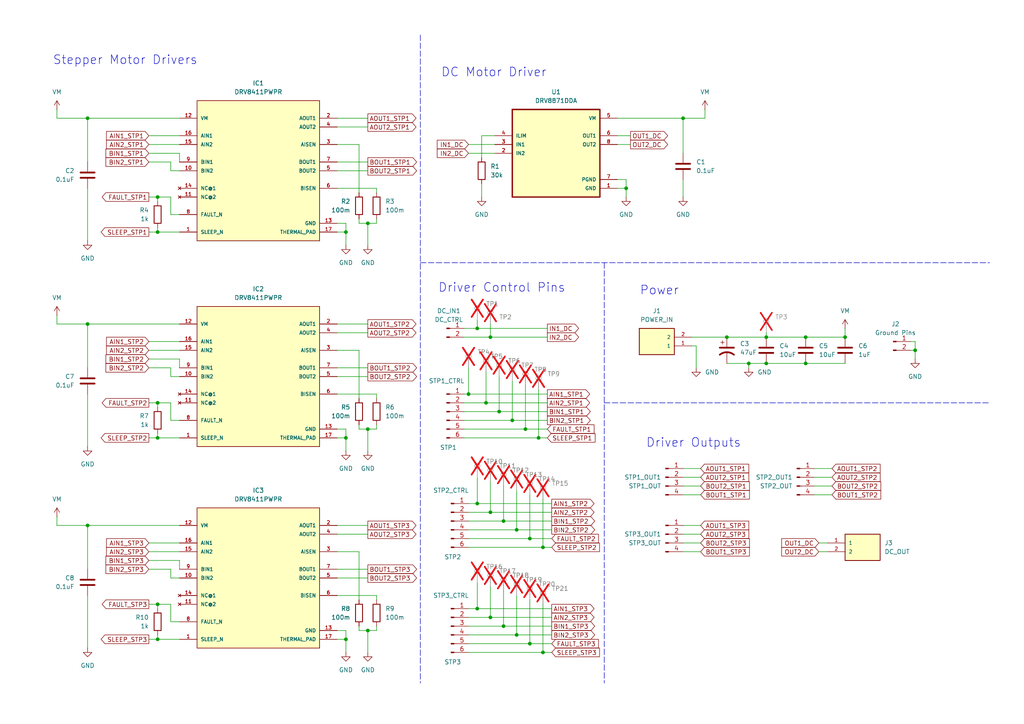
<source format=kicad_sch>
(kicad_sch (version 20250114) (generator "eeschema") (generator_version "9.0")
  (paper "A4")
  (text "Stepper Motor Drivers" (at 36.322 17.526 0) (effects (font (size 2.54 2.54))))
  (text "DC Motor Driver" (at 143.256 21.082 0) (effects (font (size 2.54 2.54))))
  (text "Driver Outputs" (at 201.168 128.524 0) (effects (font (size 2.54 2.54))))
  (text "Driver Control Pins" (at 145.542 83.566 0) (effects (font (size 2.54 2.54))))
  (text "Power" (at 191.262 84.328 0) (effects (font (size 2.54 2.54))))
  (junction (at 265.43 101.6))
  (junction (at 233.68 105.41))
  (junction (at 138.43 95.25))
  (junction (at 45.72 127))
  (junction (at 106.68 124.46))
  (junction (at 45.72 185.42))
  (junction (at 142.24 97.79))
  (junction (at 100.33 67.31))
  (junction (at 144.78 119.38))
  (junction (at 142.24 179.07))
  (junction (at 135.89 114.3))
  (junction (at 156.21 127))
  (junction (at 153.67 156.21))
  (junction (at 106.68 182.88))
  (junction (at 138.43 176.53))
  (junction (at 100.33 127))
  (junction (at 148.59 121.92))
  (junction (at 222.25 105.41))
  (junction (at 152.4 124.46))
  (junction (at 181.61 54.61))
  (junction (at 157.48 158.75))
  (junction (at 25.4 93.98))
  (junction (at 25.4 152.4))
  (junction (at 198.12 34.29))
  (junction (at 149.86 184.15))
  (junction (at 25.4 34.29))
  (junction (at 245.11 97.79))
  (junction (at 233.68 97.79))
  (junction (at 146.05 181.61))
  (junction (at 217.17 105.41))
  (junction (at 100.33 185.42))
  (junction (at 146.05 151.13))
  (junction (at 222.25 97.79))
  (junction (at 138.43 146.05))
  (junction (at 45.72 175.26))
  (junction (at 149.86 153.67))
  (junction (at 45.72 67.31))
  (junction (at 140.97 116.84))
  (junction (at 157.48 189.23))
  (junction (at 210.82 97.79))
  (junction (at 45.72 116.84))
  (junction (at 45.72 57.15))
  (junction (at 153.67 186.69))
  (junction (at 142.24 148.59))
  (junction (at 106.68 64.77))
  (wire (pts (xy 135.89 106.68) (xy 135.89 114.3)))
  (wire (pts (xy 153.67 156.21) (xy 160.02 156.21)))
  (wire (pts (xy 43.18 185.42) (xy 45.72 185.42)))
  (wire (pts (xy 25.4 93.98) (xy 52.07 93.98)))
  (wire (pts (xy 146.05 181.61) (xy 160.02 181.61)))
  (wire (pts (xy 179.07 52.07) (xy 181.61 52.07)))
  (wire (pts (xy 157.48 158.75) (xy 160.02 158.75)))
  (wire (pts (xy 109.22 172.72) (xy 97.79 172.72)))
  (wire (pts (xy 97.79 93.98) (xy 106.68 93.98)))
  (wire (pts (xy 142.24 170.18) (xy 142.24 179.07)))
  (wire (pts (xy 16.51 31.75) (xy 16.51 34.29)))
  (wire (pts (xy 25.4 129.54) (xy 25.4 114.3)))
  (wire (pts (xy 237.49 160.02) (xy 240.03 160.02)))
  (wire (pts (xy 97.79 41.91) (xy 104.14 41.91)))
  (wire (pts (xy 97.79 167.64) (xy 106.68 167.64)))
  (wire (pts (xy 16.51 149.86) (xy 16.51 152.4)))
  (wire (pts (xy 49.53 109.22) (xy 52.07 109.22)))
  (wire (pts (xy 52.07 106.68) (xy 52.07 104.14)))
  (wire (pts (xy 97.79 96.52) (xy 106.68 96.52)))
  (wire (pts (xy 109.22 173.99) (xy 109.22 172.72)))
  (wire (pts (xy 25.4 69.85) (xy 25.4 54.61)))
  (wire (pts (xy 233.68 105.41) (xy 245.11 105.41)))
  (wire (pts (xy 106.68 64.77) (xy 109.22 64.77)))
  (wire (pts (xy 138.43 176.53) (xy 160.02 176.53)))
  (wire (pts (xy 134.62 119.38) (xy 144.78 119.38)))
  (wire (pts (xy 97.79 182.88) (xy 100.33 182.88)))
  (wire (pts (xy 104.14 41.91) (xy 104.14 55.88)))
  (wire (pts (xy 153.67 186.69) (xy 160.02 186.69)))
  (wire (pts (xy 198.12 34.29) (xy 198.12 44.45)))
  (wire (pts (xy 45.72 185.42) (xy 52.07 185.42)))
  (wire (pts (xy 52.07 46.99) (xy 52.07 44.45)))
  (wire (pts (xy 135.89 176.53) (xy 138.43 176.53)))
  (wire (pts (xy 142.24 139.7) (xy 142.24 148.59)))
  (wire (pts (xy 45.72 67.31) (xy 52.07 67.31)))
  (wire (pts (xy 146.05 151.13) (xy 160.02 151.13)))
  (wire (pts (xy 109.22 115.57) (xy 109.22 114.3)))
  (wire (pts (xy 106.68 182.88) (xy 109.22 182.88)))
  (wire (pts (xy 100.33 182.88) (xy 100.33 185.42)))
  (polyline (pts (xy 121.92 76.2) (xy 287.02 76.2)) (stroke (width 0) (type dash)))
  (wire (pts (xy 104.14 182.88) (xy 106.68 182.88)))
  (wire (pts (xy 157.48 175.26) (xy 157.48 189.23)))
  (wire (pts (xy 109.22 182.88) (xy 109.22 181.61)))
  (wire (pts (xy 100.33 127) (xy 97.79 127)))
  (wire (pts (xy 217.17 106.68) (xy 217.17 105.41)))
  (wire (pts (xy 49.53 121.92) (xy 49.53 116.84)))
  (wire (pts (xy 43.18 46.99) (xy 49.53 46.99)))
  (wire (pts (xy 236.22 138.43) (xy 241.3 138.43)))
  (wire (pts (xy 134.62 97.79) (xy 142.24 97.79)))
  (wire (pts (xy 49.53 180.34) (xy 52.07 180.34)))
  (wire (pts (xy 45.72 116.84) (xy 49.53 116.84)))
  (wire (pts (xy 181.61 54.61) (xy 181.61 57.15)))
  (wire (pts (xy 142.24 97.79) (xy 158.75 97.79)))
  (wire (pts (xy 43.18 157.48) (xy 52.07 157.48)))
  (wire (pts (xy 152.4 124.46) (xy 158.75 124.46)))
  (wire (pts (xy 156.21 113.03) (xy 156.21 127)))
  (wire (pts (xy 97.79 106.68) (xy 106.68 106.68)))
  (wire (pts (xy 179.07 34.29) (xy 198.12 34.29)))
  (wire (pts (xy 43.18 41.91) (xy 52.07 41.91)))
  (wire (pts (xy 237.49 157.48) (xy 240.03 157.48)))
  (wire (pts (xy 100.33 67.31) (xy 97.79 67.31)))
  (wire (pts (xy 236.22 143.51) (xy 241.3 143.51)))
  (wire (pts (xy 198.12 52.07) (xy 198.12 57.15)))
  (wire (pts (xy 49.53 46.99) (xy 49.53 49.53)))
  (wire (pts (xy 138.43 168.91) (xy 138.43 176.53)))
  (wire (pts (xy 138.43 92.71) (xy 138.43 95.25)))
  (wire (pts (xy 138.43 95.25) (xy 158.75 95.25)))
  (wire (pts (xy 157.48 144.78) (xy 157.48 158.75)))
  (wire (pts (xy 104.14 182.88) (xy 104.14 181.61)))
  (wire (pts (xy 43.18 116.84) (xy 45.72 116.84)))
  (wire (pts (xy 135.89 151.13) (xy 146.05 151.13)))
  (wire (pts (xy 198.12 135.89) (xy 203.2 135.89)))
  (wire (pts (xy 135.89 41.91) (xy 143.51 41.91)))
  (wire (pts (xy 106.68 124.46) (xy 109.22 124.46)))
  (wire (pts (xy 204.47 31.75) (xy 204.47 34.29)))
  (wire (pts (xy 156.21 127) (xy 158.75 127)))
  (wire (pts (xy 104.14 124.46) (xy 104.14 123.19)))
  (wire (pts (xy 149.86 172.72) (xy 149.86 184.15)))
  (wire (pts (xy 45.72 175.26) (xy 49.53 175.26)))
  (wire (pts (xy 97.79 152.4) (xy 106.68 152.4)))
  (wire (pts (xy 97.79 165.1) (xy 106.68 165.1)))
  (wire (pts (xy 134.62 116.84) (xy 140.97 116.84)))
  (wire (pts (xy 49.53 165.1) (xy 49.53 167.64)))
  (wire (pts (xy 146.05 171.45) (xy 146.05 181.61)))
  (wire (pts (xy 16.51 34.29) (xy 25.4 34.29)))
  (polyline (pts (xy 175.26 76.2) (xy 175.26 198.12)) (stroke (width 0) (type dash)))
  (wire (pts (xy 198.12 143.51) (xy 203.2 143.51)))
  (wire (pts (xy 109.22 55.88) (xy 109.22 54.61)))
  (wire (pts (xy 139.7 57.15) (xy 139.7 53.34)))
  (wire (pts (xy 138.43 138.43) (xy 138.43 146.05)))
  (wire (pts (xy 139.7 39.37) (xy 143.51 39.37)))
  (wire (pts (xy 135.89 186.69) (xy 153.67 186.69)))
  (wire (pts (xy 97.79 36.83) (xy 106.68 36.83)))
  (wire (pts (xy 144.78 109.22) (xy 144.78 119.38)))
  (wire (pts (xy 25.4 106.68) (xy 25.4 93.98)))
  (wire (pts (xy 149.86 153.67) (xy 160.02 153.67)))
  (wire (pts (xy 45.72 67.31) (xy 45.72 66.04)))
  (wire (pts (xy 100.33 67.31) (xy 100.33 71.12)))
  (wire (pts (xy 149.86 184.15) (xy 160.02 184.15)))
  (wire (pts (xy 153.67 143.51) (xy 153.67 156.21)))
  (wire (pts (xy 43.18 101.6) (xy 52.07 101.6)))
  (wire (pts (xy 43.18 44.45) (xy 52.07 44.45)))
  (wire (pts (xy 222.25 96.52) (xy 222.25 97.79)))
  (wire (pts (xy 104.14 64.77) (xy 104.14 63.5)))
  (wire (pts (xy 204.47 34.29) (xy 198.12 34.29)))
  (wire (pts (xy 106.68 124.46) (xy 106.68 130.81)))
  (wire (pts (xy 45.72 116.84) (xy 45.72 118.11)))
  (wire (pts (xy 45.72 127) (xy 52.07 127)))
  (wire (pts (xy 140.97 116.84) (xy 158.75 116.84)))
  (wire (pts (xy 135.89 146.05) (xy 138.43 146.05)))
  (wire (pts (xy 236.22 140.97) (xy 241.3 140.97)))
  (wire (pts (xy 134.62 127) (xy 156.21 127)))
  (wire (pts (xy 45.72 57.15) (xy 45.72 58.42)))
  (wire (pts (xy 200.66 97.79) (xy 210.82 97.79)))
  (wire (pts (xy 16.51 93.98) (xy 25.4 93.98)))
  (wire (pts (xy 135.89 114.3) (xy 158.75 114.3)))
  (wire (pts (xy 198.12 154.94) (xy 203.2 154.94)))
  (wire (pts (xy 135.89 156.21) (xy 153.67 156.21)))
  (wire (pts (xy 109.22 114.3) (xy 97.79 114.3)))
  (wire (pts (xy 264.16 99.06) (xy 265.43 99.06)))
  (wire (pts (xy 16.51 91.44) (xy 16.51 93.98)))
  (wire (pts (xy 97.79 154.94) (xy 106.68 154.94)))
  (wire (pts (xy 45.72 57.15) (xy 49.53 57.15)))
  (wire (pts (xy 135.89 44.45) (xy 143.51 44.45)))
  (wire (pts (xy 134.62 114.3) (xy 135.89 114.3)))
  (wire (pts (xy 49.53 106.68) (xy 49.53 109.22)))
  (wire (pts (xy 97.79 49.53) (xy 106.68 49.53)))
  (wire (pts (xy 45.72 185.42) (xy 45.72 184.15)))
  (wire (pts (xy 49.53 62.23) (xy 49.53 57.15)))
  (wire (pts (xy 146.05 140.97) (xy 146.05 151.13)))
  (wire (pts (xy 236.22 135.89) (xy 241.3 135.89)))
  (wire (pts (xy 264.16 101.6) (xy 265.43 101.6)))
  (wire (pts (xy 100.33 185.42) (xy 97.79 185.42)))
  (wire (pts (xy 135.89 179.07) (xy 142.24 179.07)))
  (wire (pts (xy 43.18 165.1) (xy 49.53 165.1)))
  (wire (pts (xy 97.79 64.77) (xy 100.33 64.77)))
  (wire (pts (xy 49.53 167.64) (xy 52.07 167.64)))
  (wire (pts (xy 43.18 162.56) (xy 52.07 162.56)))
  (wire (pts (xy 49.53 121.92) (xy 52.07 121.92)))
  (wire (pts (xy 104.14 124.46) (xy 106.68 124.46)))
  (wire (pts (xy 109.22 64.77) (xy 109.22 63.5)))
  (wire (pts (xy 265.43 101.6) (xy 265.43 104.14)))
  (wire (pts (xy 142.24 93.98) (xy 142.24 97.79)))
  (wire (pts (xy 135.89 181.61) (xy 146.05 181.61)))
  (wire (pts (xy 134.62 121.92) (xy 148.59 121.92)))
  (wire (pts (xy 153.67 173.99) (xy 153.67 186.69)))
  (polyline (pts (xy 175.26 116.84) (xy 287.02 116.84)) (stroke (width 0) (type dash)))
  (wire (pts (xy 152.4 111.76) (xy 152.4 124.46)))
  (wire (pts (xy 222.25 105.41) (xy 233.68 105.41)))
  (wire (pts (xy 100.33 64.77) (xy 100.33 67.31)))
  (wire (pts (xy 138.43 146.05) (xy 160.02 146.05)))
  (wire (pts (xy 100.33 127) (xy 100.33 130.81)))
  (wire (pts (xy 106.68 182.88) (xy 106.68 189.23)))
  (wire (pts (xy 135.89 148.59) (xy 142.24 148.59)))
  (wire (pts (xy 135.89 189.23) (xy 157.48 189.23)))
  (wire (pts (xy 149.86 142.24) (xy 149.86 153.67)))
  (wire (pts (xy 104.14 64.77) (xy 106.68 64.77)))
  (wire (pts (xy 49.53 180.34) (xy 49.53 175.26)))
  (wire (pts (xy 104.14 160.02) (xy 104.14 173.99)))
  (wire (pts (xy 198.12 160.02) (xy 203.2 160.02)))
  (wire (pts (xy 97.79 101.6) (xy 104.14 101.6)))
  (wire (pts (xy 97.79 160.02) (xy 104.14 160.02)))
  (wire (pts (xy 134.62 95.25) (xy 138.43 95.25)))
  (wire (pts (xy 148.59 121.92) (xy 158.75 121.92)))
  (wire (pts (xy 43.18 57.15) (xy 45.72 57.15)))
  (wire (pts (xy 43.18 106.68) (xy 49.53 106.68)))
  (wire (pts (xy 49.53 49.53) (xy 52.07 49.53)))
  (wire (pts (xy 210.82 97.79) (xy 222.25 97.79)))
  (wire (pts (xy 25.4 34.29) (xy 52.07 34.29)))
  (wire (pts (xy 201.93 100.33) (xy 201.93 106.68)))
  (wire (pts (xy 265.43 99.06) (xy 265.43 101.6)))
  (wire (pts (xy 144.78 119.38) (xy 158.75 119.38)))
  (wire (pts (xy 100.33 124.46) (xy 100.33 127)))
  (wire (pts (xy 198.12 140.97) (xy 203.2 140.97)))
  (wire (pts (xy 245.11 95.25) (xy 245.11 97.79)))
  (wire (pts (xy 43.18 39.37) (xy 52.07 39.37)))
  (wire (pts (xy 106.68 64.77) (xy 106.68 71.12)))
  (wire (pts (xy 25.4 165.1) (xy 25.4 152.4)))
  (wire (pts (xy 25.4 46.99) (xy 25.4 34.29)))
  (wire (pts (xy 210.82 105.41) (xy 217.17 105.41)))
  (wire (pts (xy 43.18 104.14) (xy 52.07 104.14)))
  (wire (pts (xy 43.18 160.02) (xy 52.07 160.02)))
  (wire (pts (xy 179.07 41.91) (xy 182.88 41.91)))
  (wire (pts (xy 25.4 187.96) (xy 25.4 172.72)))
  (wire (pts (xy 135.89 184.15) (xy 149.86 184.15)))
  (wire (pts (xy 134.62 124.46) (xy 152.4 124.46)))
  (wire (pts (xy 43.18 175.26) (xy 45.72 175.26)))
  (wire (pts (xy 45.72 175.26) (xy 45.72 176.53)))
  (wire (pts (xy 198.12 157.48) (xy 203.2 157.48)))
  (wire (pts (xy 222.25 97.79) (xy 233.68 97.79)))
  (wire (pts (xy 181.61 52.07) (xy 181.61 54.61)))
  (wire (pts (xy 97.79 109.22) (xy 106.68 109.22)))
  (wire (pts (xy 43.18 67.31) (xy 45.72 67.31)))
  (wire (pts (xy 45.72 127) (xy 45.72 125.73)))
  (wire (pts (xy 148.59 110.49) (xy 148.59 121.92)))
  (wire (pts (xy 52.07 165.1) (xy 52.07 162.56)))
  (wire (pts (xy 25.4 152.4) (xy 52.07 152.4)))
  (wire (pts (xy 104.14 101.6) (xy 104.14 115.57)))
  (wire (pts (xy 217.17 105.41) (xy 222.25 105.41)))
  (wire (pts (xy 97.79 46.99) (xy 106.68 46.99)))
  (wire (pts (xy 43.18 127) (xy 45.72 127)))
  (wire (pts (xy 109.22 124.46) (xy 109.22 123.19)))
  (wire (pts (xy 142.24 148.59) (xy 160.02 148.59)))
  (wire (pts (xy 16.51 152.4) (xy 25.4 152.4)))
  (wire (pts (xy 198.12 138.43) (xy 203.2 138.43)))
  (wire (pts (xy 140.97 107.95) (xy 140.97 116.84)))
  (wire (pts (xy 135.89 153.67) (xy 149.86 153.67)))
  (wire (pts (xy 181.61 54.61) (xy 179.07 54.61)))
  (wire (pts (xy 157.48 189.23) (xy 160.02 189.23)))
  (wire (pts (xy 49.53 62.23) (xy 52.07 62.23)))
  (wire (pts (xy 139.7 45.72) (xy 139.7 39.37)))
  (wire (pts (xy 100.33 185.42) (xy 100.33 189.23)))
  (wire (pts (xy 198.12 152.4) (xy 203.2 152.4)))
  (wire (pts (xy 142.24 179.07) (xy 160.02 179.07)))
  (wire (pts (xy 109.22 54.61) (xy 97.79 54.61)))
  (wire (pts (xy 135.89 158.75) (xy 157.48 158.75)))
  (wire (pts (xy 200.66 100.33) (xy 201.93 100.33)))
  (wire (pts (xy 179.07 39.37) (xy 182.88 39.37)))
  (wire (pts (xy 97.79 34.29) (xy 106.68 34.29)))
  (polyline (pts (xy 121.92 10.16) (xy 121.92 198.12)) (stroke (width 0) (type dash)))
  (wire (pts (xy 233.68 97.79) (xy 245.11 97.79)))
  (wire (pts (xy 43.18 99.06) (xy 52.07 99.06)))
  (wire (pts (xy 97.79 124.46) (xy 100.33 124.46)))
  (global_label "AOUT1_STP2" (shape input) (at 241.3 135.89 0) (property "Intersheetrefs" "${INTERSHEET_REFS}" (effects (hide yes))))
  (global_label "AIN1_STP1" (shape output) (at 158.75 114.3 0) (property "Intersheetrefs" "${INTERSHEET_REFS}" (effects (hide yes))))
  (global_label "IN2_DC" (shape input) (at 135.89 44.45 180) (property "Intersheetrefs" "${INTERSHEET_REFS}" (effects (hide yes))))
  (global_label "BIN1_STP3" (shape input) (at 43.18 162.56 180) (property "Intersheetrefs" "${INTERSHEET_REFS}" (effects (hide yes))))
  (global_label "BIN2_STP3" (shape output) (at 160.02 184.15 0) (property "Intersheetrefs" "${INTERSHEET_REFS}" (effects (hide yes))))
  (global_label "AIN2_STP2" (shape input) (at 43.18 101.6 180) (property "Intersheetrefs" "${INTERSHEET_REFS}" (effects (hide yes))))
  (global_label "IN1_DC" (shape output) (at 158.75 95.25 0) (property "Intersheetrefs" "${INTERSHEET_REFS}" (effects (hide yes))))
  (global_label "OUT1_DC" (shape output) (at 182.88 39.37 0) (property "Intersheetrefs" "${INTERSHEET_REFS}" (effects (hide yes))))
  (global_label "SLEEP_STP3" (shape output) (at 43.18 185.42 180) (property "Intersheetrefs" "${INTERSHEET_REFS}" (effects (hide yes))))
  (global_label "AIN1_STP3" (shape output) (at 160.02 176.53 0) (property "Intersheetrefs" "${INTERSHEET_REFS}" (effects (hide yes))))
  (global_label "BOUT2_STP3" (shape output) (at 106.68 167.64 0) (property "Intersheetrefs" "${INTERSHEET_REFS}" (effects (hide yes))))
  (global_label "BIN2_STP2" (shape input) (at 43.18 106.68 180) (property "Intersheetrefs" "${INTERSHEET_REFS}" (effects (hide yes))))
  (global_label "BOUT2_STP1" (shape input) (at 203.2 140.97 0) (property "Intersheetrefs" "${INTERSHEET_REFS}" (effects (hide yes))))
  (global_label "BOUT2_STP1" (shape output) (at 106.68 49.53 0) (property "Intersheetrefs" "${INTERSHEET_REFS}" (effects (hide yes))))
  (global_label "AOUT2_STP1" (shape output) (at 106.68 36.83 0) (property "Intersheetrefs" "${INTERSHEET_REFS}" (effects (hide yes))))
  (global_label "SLEEP_STP1" (shape input) (at 158.75 127 0) (property "Intersheetrefs" "${INTERSHEET_REFS}" (effects (hide yes))))
  (global_label "AIN2_STP2" (shape output) (at 160.02 148.59 0) (property "Intersheetrefs" "${INTERSHEET_REFS}" (effects (hide yes))))
  (global_label "BOUT1_STP1" (shape output) (at 106.68 46.99 0) (property "Intersheetrefs" "${INTERSHEET_REFS}" (effects (hide yes))))
  (global_label "AOUT2_STP1" (shape input) (at 203.2 138.43 0) (property "Intersheetrefs" "${INTERSHEET_REFS}" (effects (hide yes))))
  (global_label "BIN1_STP1" (shape output) (at 158.75 119.38 0) (property "Intersheetrefs" "${INTERSHEET_REFS}" (effects (hide yes))))
  (global_label "AIN2_STP1" (shape input) (at 43.18 41.91 180) (property "Intersheetrefs" "${INTERSHEET_REFS}" (effects (hide yes))))
  (global_label "AIN1_STP2" (shape input) (at 43.18 99.06 180) (property "Intersheetrefs" "${INTERSHEET_REFS}" (effects (hide yes))))
  (global_label "AIN2_STP1" (shape output) (at 158.75 116.84 0) (property "Intersheetrefs" "${INTERSHEET_REFS}" (effects (hide yes))))
  (global_label "BIN1_STP2" (shape input) (at 43.18 104.14 180) (property "Intersheetrefs" "${INTERSHEET_REFS}" (effects (hide yes))))
  (global_label "BOUT1_STP1" (shape input) (at 203.2 143.51 0) (property "Intersheetrefs" "${INTERSHEET_REFS}" (effects (hide yes))))
  (global_label "AOUT2_STP3" (shape input) (at 203.2 154.94 0) (property "Intersheetrefs" "${INTERSHEET_REFS}" (effects (hide yes))))
  (global_label "BIN2_STP3" (shape input) (at 43.18 165.1 180) (property "Intersheetrefs" "${INTERSHEET_REFS}" (effects (hide yes))))
  (global_label "BIN1_STP2" (shape output) (at 160.02 151.13 0) (property "Intersheetrefs" "${INTERSHEET_REFS}" (effects (hide yes))))
  (global_label "BOUT1_STP2" (shape input) (at 241.3 143.51 0) (property "Intersheetrefs" "${INTERSHEET_REFS}" (effects (hide yes))))
  (global_label "OUT2_DC" (shape output) (at 182.88 41.91 0) (property "Intersheetrefs" "${INTERSHEET_REFS}" (effects (hide yes))))
  (global_label "BOUT2_STP3" (shape input) (at 203.2 157.48 0) (property "Intersheetrefs" "${INTERSHEET_REFS}" (effects (hide yes))))
  (global_label "FAULT_STP1" (shape output) (at 43.18 57.15 180) (property "Intersheetrefs" "${INTERSHEET_REFS}" (effects (hide yes))))
  (global_label "AOUT1_STP2" (shape output) (at 106.68 93.98 0) (property "Intersheetrefs" "${INTERSHEET_REFS}" (effects (hide yes))))
  (global_label "AIN1_STP1" (shape input) (at 43.18 39.37 180) (property "Intersheetrefs" "${INTERSHEET_REFS}" (effects (hide yes))))
  (global_label "AIN2_STP3" (shape output) (at 160.02 179.07 0) (property "Intersheetrefs" "${INTERSHEET_REFS}" (effects (hide yes))))
  (global_label "BOUT1_STP2" (shape output) (at 106.68 106.68 0) (property "Intersheetrefs" "${INTERSHEET_REFS}" (effects (hide yes))))
  (global_label "AOUT2_STP2" (shape input) (at 241.3 138.43 0) (property "Intersheetrefs" "${INTERSHEET_REFS}" (effects (hide yes))))
  (global_label "AOUT2_STP2" (shape output) (at 106.68 96.52 0) (property "Intersheetrefs" "${INTERSHEET_REFS}" (effects (hide yes))))
  (global_label "AOUT1_STP1" (shape output) (at 106.68 34.29 0) (property "Intersheetrefs" "${INTERSHEET_REFS}" (effects (hide yes))))
  (global_label "AIN1_STP3" (shape input) (at 43.18 157.48 180) (property "Intersheetrefs" "${INTERSHEET_REFS}" (effects (hide yes))))
  (global_label "BIN2_STP1" (shape output) (at 158.75 121.92 0) (property "Intersheetrefs" "${INTERSHEET_REFS}" (effects (hide yes))))
  (global_label "AOUT1_STP1" (shape input) (at 203.2 135.89 0) (property "Intersheetrefs" "${INTERSHEET_REFS}" (effects (hide yes))))
  (global_label "SLEEP_STP2" (shape input) (at 160.02 158.75 0) (property "Intersheetrefs" "${INTERSHEET_REFS}" (effects (hide yes))))
  (global_label "IN2_DC" (shape output) (at 158.75 97.79 0) (property "Intersheetrefs" "${INTERSHEET_REFS}" (effects (hide yes))))
  (global_label "SLEEP_STP3" (shape input) (at 160.02 189.23 0) (property "Intersheetrefs" "${INTERSHEET_REFS}" (effects (hide yes))))
  (global_label "AIN1_STP2" (shape output) (at 160.02 146.05 0) (property "Intersheetrefs" "${INTERSHEET_REFS}" (effects (hide yes))))
  (global_label "FAULT_STP1" (shape input) (at 158.75 124.46 0) (property "Intersheetrefs" "${INTERSHEET_REFS}" (effects (hide yes))))
  (global_label "FAULT_STP3" (shape output) (at 43.18 175.26 180) (property "Intersheetrefs" "${INTERSHEET_REFS}" (effects (hide yes))))
  (global_label "BIN1_STP1" (shape input) (at 43.18 44.45 180) (property "Intersheetrefs" "${INTERSHEET_REFS}" (effects (hide yes))))
  (global_label "BIN2_STP2" (shape output) (at 160.02 153.67 0) (property "Intersheetrefs" "${INTERSHEET_REFS}" (effects (hide yes))))
  (global_label "BOUT2_STP2" (shape output) (at 106.68 109.22 0) (property "Intersheetrefs" "${INTERSHEET_REFS}" (effects (hide yes))))
  (global_label "BOUT1_STP3" (shape input) (at 203.2 160.02 0) (property "Intersheetrefs" "${INTERSHEET_REFS}" (effects (hide yes))))
  (global_label "BIN2_STP1" (shape input) (at 43.18 46.99 180) (property "Intersheetrefs" "${INTERSHEET_REFS}" (effects (hide yes))))
  (global_label "AIN2_STP3" (shape input) (at 43.18 160.02 180) (property "Intersheetrefs" "${INTERSHEET_REFS}" (effects (hide yes))))
  (global_label "FAULT_STP2" (shape output) (at 43.18 116.84 180) (property "Intersheetrefs" "${INTERSHEET_REFS}" (effects (hide yes))))
  (global_label "OUT2_DC" (shape input) (at 237.49 160.02 180) (property "Intersheetrefs" "${INTERSHEET_REFS}" (effects (hide yes))))
  (global_label "BIN1_STP3" (shape output) (at 160.02 181.61 0) (property "Intersheetrefs" "${INTERSHEET_REFS}" (effects (hide yes))))
  (global_label "OUT1_DC" (shape input) (at 237.49 157.48 180) (property "Intersheetrefs" "${INTERSHEET_REFS}" (effects (hide yes))))
  (global_label "FAULT_STP3" (shape input) (at 160.02 186.69 0) (property "Intersheetrefs" "${INTERSHEET_REFS}" (effects (hide yes))))
  (global_label "BOUT2_STP2" (shape input) (at 241.3 140.97 0) (property "Intersheetrefs" "${INTERSHEET_REFS}" (effects (hide yes))))
  (global_label "AOUT2_STP3" (shape output) (at 106.68 154.94 0) (property "Intersheetrefs" "${INTERSHEET_REFS}" (effects (hide yes))))
  (global_label "FAULT_STP2" (shape input) (at 160.02 156.21 0) (property "Intersheetrefs" "${INTERSHEET_REFS}" (effects (hide yes))))
  (global_label "AOUT1_STP3" (shape output) (at 106.68 152.4 0) (property "Intersheetrefs" "${INTERSHEET_REFS}" (effects (hide yes))))
  (global_label "IN1_DC" (shape input) (at 135.89 41.91 180) (property "Intersheetrefs" "${INTERSHEET_REFS}" (effects (hide yes))))
  (global_label "SLEEP_STP2" (shape output) (at 43.18 127 180) (property "Intersheetrefs" "${INTERSHEET_REFS}" (effects (hide yes))))
  (global_label "SLEEP_STP1" (shape output) (at 43.18 67.31 180) (property "Intersheetrefs" "${INTERSHEET_REFS}" (effects (hide yes))))
  (global_label "BOUT1_STP3" (shape output) (at 106.68 165.1 0) (property "Intersheetrefs" "${INTERSHEET_REFS}" (effects (hide yes))))
  (global_label "AOUT1_STP3" (shape input) (at 203.2 152.4 0) (property "Intersheetrefs" "${INTERSHEET_REFS}" (effects (hide yes))))
  (symbol (lib_id "Device:C") (at 245.11 101.6 0) (unit 1)
    (property "Reference" "C6" (at 248.92 100.3299 0) (effects (justify left)))
    (property "Value" "1uF" (at 248.92 102.8699 0) (effects (justify left)))
    (property "Footprint" "Capacitor_SMD:C_0603_1608Metric" (effects (hide yes)))
    (property "Description" "Unpolarized capacitor" (effects (hide yes)))
    (property "PartNumber" "GRT188R61H105ME13D" (effects (hide yes)))
    (property "Manufacturer" "MuRata" (effects (hide yes)))
  )
  (symbol (lib_id "power:GND") (at 139.7 57.15 0) (unit 1)
    (property "Reference" "#PWR03" (effects (hide yes)))
    (property "Value" "GND" (at 139.7 62.23 0))
    (property "Description" "Power symbol creates a global label with name \"GND\" , ground" (effects (hide yes)))
  )
  (symbol (lib_id "power:GND") (at 106.68 71.12 0) (unit 1)
    (property "Reference" "#PWR08" (effects (hide yes)))
    (property "Value" "GND" (at 106.68 76.2 0))
    (property "Description" "Power symbol creates a global label with name \"GND\" , ground" (effects (hide yes)))
  )
  (symbol (lib_id "power:PRI_HI") (at 16.51 31.75 0) (unit 1)
    (property "Reference" "#PWR01" (effects (hide yes)))
    (property "Value" "VM" (at 16.51 26.67 0))
    (property "Description" "Power symbol creates a global label with name \"VM\"" (effects (hide yes)))
  )
  (symbol (lib_id "Connector:Conn_01x04_Pin") (at 193.04 154.94 0) (unit 1)
    (property "Reference" "STP3_OUT1" (at 191.77 154.9399 0) (effects (justify right)))
    (property "Value" "STP3_OUT" (at 191.77 157.4799 0) (effects (justify right)))
    (property "Footprint" "Connector_PinHeader_2.54mm:PinHeader_1x04_P2.54mm_Vertical" (effects (hide yes)))
    (property "Description" "Generic connector, single row, 01x04, script generated" (effects (hide yes)))
  )
  (symbol (lib_id "power:PRI_HI") (at 245.11 95.25 0) (unit 1)
    (property "Reference" "#PWR010" (effects (hide yes)))
    (property "Value" "VM" (at 245.11 90.17 0))
    (property "Description" "Power symbol creates a global label with name \"VM\"" (effects (hide yes)))
  )
  (symbol (lib_id "Connector:Conn_01x02_Pin") (at 129.54 95.25 0) (unit 1)
    (property "Reference" "DC_IN1" (at 130.175 90.17 0))
    (property "Value" "DC_CTRL" (at 130.175 92.71 0))
    (property "Footprint" "Connector_PinHeader_2.54mm:PinHeader_1x02_P2.54mm_Vertical" (effects (hide yes)))
    (property "Description" "Generic connector, single row, 01x02, script generated" (effects (hide yes)))
  )
  (symbol (lib_id "Device:R") (at 45.72 180.34 0) (mirror y) (unit 1)
    (property "Reference" "R10" (at 43.18 179.0699 0) (effects (justify left)))
    (property "Value" "1k" (at 43.18 181.6099 0) (effects (justify left)))
    (property "Footprint" "Resistor_SMD:R_0805_2012Metric_Pad1.20x1.40mm_HandSolder" (effects (hide yes)))
    (property "Datasheet" "https://www.seielect.com/catalog/SEI-RPC.pdf" (effects (hide yes)))
    (property "Description" "RES 1K OHM 5% 1/4W 0805" (effects (hide yes)))
    (property "Manufacturer" "     UNI-ROYAL(Uniroyal Elec) " (effects (hide yes)))
    (property "PartNumber" "0805W8F1001T5E" (effects (hide yes)))
  )
  (symbol (lib_id "Device:C") (at 25.4 50.8 0) (mirror x) (unit 1)
    (property "Reference" "C2" (at 21.59 49.5299 0) (effects (justify right)))
    (property "Value" "0.1uF" (at 21.59 52.0699 0) (effects (justify right)))
    (property "Footprint" "Capacitor_SMD:C_0402_1005Metric" (effects (hide yes)))
    (property "Description" "Unpolarized capacitor" (effects (hide yes)))
    (property "Package" "0805 Johanson" (effects (hide yes)))
    (property "Availability" "In Stock" (effects (hide yes)))
    (property "Manufacturer" "MuRata" (effects (hide yes)))
    (property "PartNumber" "GRM155R71H104KE14D " (effects (hide yes)))
  )
  (symbol (lib_id "power:GND") (at 201.93 106.68 0) (unit 1)
    (property "Reference" "#PWR012" (effects (hide yes)))
    (property "Value" "GND" (at 204.47 107.9499 0) (effects (justify left)))
    (property "Description" "Power symbol creates a global label with name \"GND\" , ground" (effects (hide yes)))
  )
  (symbol (lib_id "Device:R") (at 139.7 49.53 180) (unit 1)
    (property "Reference" "R1" (at 142.24 48.2599 0) (effects (justify right)))
    (property "Value" "30k" (at 142.24 50.7999 0) (effects (justify right)))
    (property "Footprint" "Resistor_SMD:R_0805_2012Metric_Pad1.20x1.40mm_HandSolder" (effects (hide yes)))
    (property "Datasheet" "https://www.seielect.com/catalog/SEI-RNCF.pdf" (effects (hide yes)))
    (property "Description" "RES SMD 30K OHM 0.1% 1/4W 0805" (effects (hide yes)))
    (property "Manufacturer" "     UNI-ROYAL(Uniroyal Elec) " (effects (hide yes)))
    (property "PartNumber" "0805W8F3002T5E" (effects (hide yes)))
  )
  (symbol (lib_id "power:GND") (at 181.61 57.15 0) (unit 1)
    (property "Reference" "#PWR04" (effects (hide yes)))
    (property "Value" "GND" (at 181.61 62.23 0))
    (property "Description" "Power symbol creates a global label with name \"GND\" , ground" (effects (hide yes)))
  )
  (symbol (lib_id "Connector:Conn_01x06_Pin") (at 129.54 119.38 0) (unit 1)
    (property "Reference" "STP1" (at 130.048 129.794 0))
    (property "Value" "STP1_CTRL" (at 129.54 110.49 0))
    (property "Footprint" "Connector_PinHeader_2.54mm:PinHeader_1x06_P2.54mm_Vertical" (effects (hide yes)))
    (property "Datasheet" "https://mm.digikey.com/Volume0/opasdata/d220001/medias/docus/937/Female_Headers.100_DS.pdf" (effects (hide yes)))
    (property "Description" "CONN HDR 6POS 0.1 TIN PCB" (effects (hide yes)))
    (property "Manufacturer" "Sullins Connector Solutions" (effects (hide yes)))
  )
  (symbol (lib_id "DRV8411PWPR:DRV8411PWPR") (at 74.93 109.22 0) (unit 1)
    (property "Reference" "IC2" (at 74.93 83.82 0))
    (property "Value" "DRV8411PWPR" (at 74.93 86.36 0))
    (property "Footprint" "Package_SO:HTSSOP-16-1EP_4.4x5mm_P0.65mm_EP3.4x5mm_Mask2.66x2.46mm" (effects (hide yes)))
    (property "Datasheet" "https://www.ti.com/lit/ds/symlink/drv8411.pdf?ts=1762067373994" (effects (hide yes)))
    (property "Description" "DRV8411PWPR" (effects (hide yes)))
    (property "Package" "None" (effects (hide yes)))
    (property "PRICE" "0,67" (effects (hide yes)))
    (property "Availability" "In Stock" (effects (hide yes)))
    (property "Manufacturer" "Texas Instruments" (effects (hide yes)))
    (property "PartNumber" "DRV8411PWPR" (effects (hide yes)))
  )
  (symbol (lib_id "Connector:Conn_01x06_Pin") (at 130.81 151.13 0) (unit 1)
    (property "Reference" "STP2" (at 131.318 161.544 0))
    (property "Value" "STP2_CTRL" (at 130.81 142.24 0))
    (property "Footprint" "Connector_PinHeader_2.54mm:PinHeader_1x06_P2.54mm_Vertical" (effects (hide yes)))
    (property "Datasheet" "https://mm.digikey.com/Volume0/opasdata/d220001/medias/docus/937/Female_Headers.100_DS.pdf" (effects (hide yes)))
    (property "Description" "CONN HDR 6POS 0.1 TIN PCB" (effects (hide yes)))
    (property "Manufacturer" "Sullins Connector Solutions" (effects (hide yes)))
  )
  (symbol (lib_id "Connector:TestPoint") (at 140.97 107.95 0) (unit 1) (on_board no) (dnp yes)
    (property "Reference" "TP5" (at 142.24 103.3779 0) (effects (justify left)))
    (property "Value" "TestPoint" (effects (hide yes)))
    (property "Footprint" "TestPoint:TestPoint_Keystone_5019_Miniature" (effects (hide yes)))
    (property "Datasheet" "https://www.digikey.com/en/htmldatasheets/production/1006867/0/0/1/5015" (effects (hide yes)))
    (property "Description" "PC TEST POINT MINIATURE" (effects (hide yes)))
    (property "Manufacturer" "Keystone Electronics" (effects (hide yes)))
  )
  (symbol (lib_id "power:GND") (at 100.33 130.81 0) (unit 1)
    (property "Reference" "#PWR015" (effects (hide yes)))
    (property "Value" "GND" (at 100.33 135.89 0))
    (property "Description" "Power symbol creates a global label with name \"GND\" , ground" (effects (hide yes)))
  )
  (symbol (lib_id "Connector:Conn_01x02_Pin") (at 259.08 99.06 0) (unit 1)
    (property "Reference" "J2" (at 259.715 93.98 0))
    (property "Value" "Ground Pins" (at 259.715 96.52 0))
    (property "Footprint" "Connector_PinHeader_2.54mm:PinHeader_1x02_P2.54mm_Vertical" (effects (hide yes)))
    (property "Description" "Generic connector, single row, 01x02, script generated" (effects (hide yes)))
  )
  (symbol (lib_id "DRV8411PWPR:DRV8411PWPR") (at 74.93 49.53 0) (unit 1)
    (property "Reference" "IC1" (at 74.93 24.13 0))
    (property "Value" "DRV8411PWPR" (at 74.93 26.67 0))
    (property "Footprint" "Package_SO:HTSSOP-16-1EP_4.4x5mm_P0.65mm_EP3.4x5mm_Mask2.66x2.46mm" (effects (hide yes)))
    (property "Datasheet" "https://www.ti.com/lit/ds/symlink/drv8411.pdf?ts=1762067373994" (effects (hide yes)))
    (property "Description" "DRV8411PWPR" (effects (hide yes)))
    (property "Package" "None" (effects (hide yes)))
    (property "PRICE" "0,67" (effects (hide yes)))
    (property "Availability" "In Stock" (effects (hide yes)))
    (property "Manufacturer" "Texas Instruments" (effects (hide yes)))
    (property "PartNumber" "DRV8411PWPR" (effects (hide yes)))
  )
  (symbol (lib_id "Device:R") (at 109.22 177.8 0) (unit 1)
    (property "Reference" "R9" (at 111.76 176.5299 0) (effects (justify left)))
    (property "Value" "100m" (at 111.76 179.0699 0) (effects (justify left)))
    (property "Footprint" "Resistor_SMD:R_1206_3216Metric" (effects (hide yes)))
    (property "Description" "RES 0.1 OHM 1% 3/4W 2010" (effects (hide yes)))
    (property "Manufacturer" "     UNI-ROYAL(Uniroyal Elec) " (effects (hide yes)))
    (property "PartNumber" "1206W4F100LT5E" (effects (hide yes)))
  )
  (symbol (lib_id "Connector:TestPoint") (at 142.24 139.7 0) (unit 1) (on_board no) (dnp yes)
    (property "Reference" "TP11" (at 144.78 135.1279 0) (effects (justify left)))
    (property "Value" "TestPoint" (effects (hide yes)))
    (property "Footprint" "TestPoint:TestPoint_Keystone_5019_Miniature" (effects (hide yes)))
    (property "Datasheet" "https://www.digikey.com/en/htmldatasheets/production/1006867/0/0/1/5015" (effects (hide yes)))
    (property "Description" "PC TEST POINT MINIATURE" (effects (hide yes)))
    (property "Manufacturer" "Keystone Electronics" (effects (hide yes)))
  )
  (symbol (lib_id "Device:R") (at 109.22 59.69 0) (unit 1)
    (property "Reference" "R3" (at 111.76 58.4199 0) (effects (justify left)))
    (property "Value" "100m" (at 111.76 60.9599 0) (effects (justify left)))
    (property "Footprint" "Resistor_SMD:R_1206_3216Metric" (effects (hide yes)))
    (property "Description" "RES 0.1 OHM 1% 3/4W 2010" (effects (hide yes)))
    (property "Manufacturer" "     UNI-ROYAL(Uniroyal Elec) " (effects (hide yes)))
    (property "PartNumber" "1206W4F100LT5E" (effects (hide yes)))
  )
  (symbol (lib_id "Connector:TestPoint") (at 157.48 175.26 0) (unit 1) (on_board no) (dnp yes)
    (property "Reference" "TP21" (at 160.02 170.6879 0) (effects (justify left)))
    (property "Value" "TestPoint" (effects (hide yes)))
    (property "Footprint" "TestPoint:TestPoint_Keystone_5019_Miniature" (effects (hide yes)))
    (property "Datasheet" "https://www.digikey.com/en/htmldatasheets/production/1006867/0/0/1/5015" (effects (hide yes)))
    (property "Description" "PC TEST POINT MINIATURE" (effects (hide yes)))
    (property "Manufacturer" "Keystone Electronics" (effects (hide yes)))
  )
  (symbol (lib_id "Connector:TestPoint") (at 138.43 138.43 0) (unit 1) (on_board no) (dnp yes)
    (property "Reference" "TP10" (at 140.97 133.8579 0) (effects (justify left)))
    (property "Value" "TestPoint" (effects (hide yes)))
    (property "Footprint" "TestPoint:TestPoint_Keystone_5019_Miniature" (effects (hide yes)))
    (property "Datasheet" "https://www.digikey.com/en/htmldatasheets/production/1006867/0/0/1/5015" (effects (hide yes)))
    (property "Description" "PC TEST POINT MINIATURE" (effects (hide yes)))
    (property "Manufacturer" "Keystone Electronics" (effects (hide yes)))
  )
  (symbol (lib_id "Connector:TestPoint") (at 153.67 173.99 0) (unit 1) (on_board no) (dnp yes)
    (property "Reference" "TP20" (at 156.21 169.4179 0) (effects (justify left)))
    (property "Value" "TestPoint" (effects (hide yes)))
    (property "Footprint" "TestPoint:TestPoint_Keystone_5019_Miniature" (effects (hide yes)))
    (property "Datasheet" "https://www.digikey.com/en/htmldatasheets/production/1006867/0/0/1/5015" (effects (hide yes)))
    (property "Description" "PC TEST POINT MINIATURE" (effects (hide yes)))
    (property "Manufacturer" "Keystone Electronics" (effects (hide yes)))
  )
  (symbol (lib_id "Device:R") (at 45.72 62.23 0) (mirror y) (unit 1)
    (property "Reference" "R4" (at 43.18 60.9599 0) (effects (justify left)))
    (property "Value" "1k" (at 43.18 63.4999 0) (effects (justify left)))
    (property "Footprint" "Resistor_SMD:R_0805_2012Metric_Pad1.20x1.40mm_HandSolder" (effects (hide yes)))
    (property "Datasheet" "https://www.seielect.com/catalog/SEI-RPC.pdf" (effects (hide yes)))
    (property "Description" "RES 1K OHM 5% 1/4W 0805" (effects (hide yes)))
    (property "Manufacturer" "     UNI-ROYAL(Uniroyal Elec) " (effects (hide yes)))
    (property "PartNumber" "0805W8F1001T5E" (effects (hide yes)))
  )
  (symbol (lib_id "power:GND") (at 106.68 189.23 0) (unit 1)
    (property "Reference" "#PWR020" (effects (hide yes)))
    (property "Value" "GND" (at 106.68 194.31 0))
    (property "Description" "Power symbol creates a global label with name \"GND\" , ground" (effects (hide yes)))
  )
  (symbol (lib_id "power:GND") (at 198.12 57.15 0) (unit 1)
    (property "Reference" "#PWR05" (effects (hide yes)))
    (property "Value" "GND" (at 198.12 62.23 0))
    (property "Description" "Power symbol creates a global label with name \"GND\" , ground" (effects (hide yes)))
  )
  (symbol (lib_id "power:PRI_HI") (at 16.51 91.44 0) (unit 1)
    (property "Reference" "#PWR09" (effects (hide yes)))
    (property "Value" "VM" (at 16.51 86.36 0))
    (property "Description" "Power symbol creates a global label with name \"VM\"" (effects (hide yes)))
  )
  (symbol (lib_id "Connector:TestPoint") (at 149.86 172.72 0) (unit 1) (on_board no) (dnp yes)
    (property "Reference" "TP19" (at 152.4 168.1479 0) (effects (justify left)))
    (property "Value" "TestPoint" (effects (hide yes)))
    (property "Footprint" "TestPoint:TestPoint_Keystone_5019_Miniature" (effects (hide yes)))
    (property "Datasheet" "https://www.digikey.com/en/htmldatasheets/production/1006867/0/0/1/5015" (effects (hide yes)))
    (property "Description" "PC TEST POINT MINIATURE" (effects (hide yes)))
    (property "Manufacturer" "Keystone Electronics" (effects (hide yes)))
  )
  (symbol (lib_id "power:GND") (at 100.33 71.12 0) (unit 1)
    (property "Reference" "#PWR07" (effects (hide yes)))
    (property "Value" "GND" (at 100.33 76.2 0))
    (property "Description" "Power symbol creates a global label with name \"GND\" , ground" (effects (hide yes)))
  )
  (symbol (lib_id "Device:R") (at 109.22 119.38 0) (unit 1)
    (property "Reference" "R6" (at 111.76 118.1099 0) (effects (justify left)))
    (property "Value" "100m" (at 111.76 120.6499 0) (effects (justify left)))
    (property "Footprint" "Resistor_SMD:R_1206_3216Metric" (effects (hide yes)))
    (property "Description" "RES 0.1 OHM 1% 3/4W 2010" (effects (hide yes)))
    (property "Manufacturer" "     UNI-ROYAL(Uniroyal Elec) " (effects (hide yes)))
    (property "PartNumber" "1206W4F100LT5E" (effects (hide yes)))
  )
  (symbol (lib_id "Connector:TestPoint") (at 144.78 109.22 0) (unit 1) (on_board no) (dnp yes)
    (property "Reference" "TP6" (at 147.32 104.6479 0) (effects (justify left)))
    (property "Value" "TestPoint" (effects (hide yes)))
    (property "Footprint" "TestPoint:TestPoint_Keystone_5019_Miniature" (effects (hide yes)))
    (property "Datasheet" "https://www.digikey.com/en/htmldatasheets/production/1006867/0/0/1/5015" (effects (hide yes)))
    (property "Description" "PC TEST POINT MINIATURE" (effects (hide yes)))
    (property "Manufacturer" "Keystone Electronics" (effects (hide yes)))
  )
  (symbol (lib_id "Connector:Conn_01x04_Pin") (at 231.14 138.43 0) (unit 1)
    (property "Reference" "STP2_OUT1" (at 229.87 138.4299 0) (effects (justify right)))
    (property "Value" "STP2_OUT" (at 229.87 140.9699 0) (effects (justify right)))
    (property "Footprint" "Connector_PinHeader_2.54mm:PinHeader_1x04_P2.54mm_Vertical" (effects (hide yes)))
    (property "Description" "Generic connector, single row, 01x04, script generated" (effects (hide yes)))
  )
  (symbol (lib_id "Device:C") (at 233.68 101.6 180) (unit 1)
    (property "Reference" "C5" (at 237.49 100.3299 0) (effects (justify right)))
    (property "Value" "10uF" (at 237.49 102.8699 0) (effects (justify right)))
    (property "Footprint" "Capacitor_SMD:C_1206_3216Metric" (effects (hide yes)))
    (property "Description" "Unpolarized capacitor" (effects (hide yes)))
    (property "Package" "0805 Johanson" (effects (hide yes)))
    (property "Availability" "In Stock" (effects (hide yes)))
    (property "Manufacturer" "TDK" (effects (hide yes)))
    (property "PartNumber" "C3216X7R1C106KT000N " (effects (hide yes)))
  )
  (symbol (lib_id "Connector:TestPoint") (at 149.86 142.24 0) (unit 1) (on_board no) (dnp yes)
    (property "Reference" "TP13" (at 152.4 137.6679 0) (effects (justify left)))
    (property "Value" "TestPoint" (effects (hide yes)))
    (property "Footprint" "TestPoint:TestPoint_Keystone_5019_Miniature" (effects (hide yes)))
    (property "Datasheet" "https://www.digikey.com/en/htmldatasheets/production/1006867/0/0/1/5015" (effects (hide yes)))
    (property "Description" "PC TEST POINT MINIATURE" (effects (hide yes)))
    (property "Manufacturer" "Keystone Electronics" (effects (hide yes)))
  )
  (symbol (lib_id "Connector:Conn_01x04_Pin") (at 193.04 138.43 0) (unit 1)
    (property "Reference" "STP1_OUT1" (at 191.77 138.4299 0) (effects (justify right)))
    (property "Value" "STP1_OUT" (at 191.77 140.9699 0) (effects (justify right)))
    (property "Footprint" "Connector_PinHeader_2.54mm:PinHeader_1x04_P2.54mm_Vertical" (effects (hide yes)))
    (property "Description" "Generic connector, single row, 01x04, script generated" (effects (hide yes)))
  )
  (symbol (lib_id "power:PRI_HI") (at 16.51 149.86 0) (unit 1)
    (property "Reference" "#PWR017" (effects (hide yes)))
    (property "Value" "VM" (at 16.51 144.78 0))
    (property "Description" "Power symbol creates a global label with name \"VM\"" (effects (hide yes)))
  )
  (symbol (lib_id "Connector:TestPoint") (at 135.89 106.68 0) (unit 1) (on_board no) (dnp yes)
    (property "Reference" "TP4" (at 138.43 102.1079 0) (effects (justify left)))
    (property "Value" "TestPoint" (effects (hide yes)))
    (property "Footprint" "TestPoint:TestPoint_Keystone_5019_Miniature" (effects (hide yes)))
    (property "Datasheet" "https://www.digikey.com/en/htmldatasheets/production/1006867/0/0/1/5015" (effects (hide yes)))
    (property "Description" "PC TEST POINT MINIATURE" (effects (hide yes)))
    (property "Manufacturer" "Keystone Electronics" (effects (hide yes)))
  )
  (symbol (lib_id "Connector:TestPoint") (at 138.43 168.91 0) (unit 1) (on_board no) (dnp yes)
    (property "Reference" "TP16" (at 140.97 164.3379 0) (effects (justify left)))
    (property "Value" "TestPoint" (effects (hide yes)))
    (property "Footprint" "TestPoint:TestPoint_Keystone_5019_Miniature" (effects (hide yes)))
    (property "Datasheet" "https://www.digikey.com/en/htmldatasheets/production/1006867/0/0/1/5015" (effects (hide yes)))
    (property "Description" "PC TEST POINT MINIATURE" (effects (hide yes)))
    (property "Manufacturer" "Keystone Electronics" (effects (hide yes)))
  )
  (symbol (lib_id "Connector:TestPoint") (at 142.24 170.18 0) (unit 1) (on_board no) (dnp yes)
    (property "Reference" "TP17" (at 144.78 165.6079 0) (effects (justify left)))
    (property "Value" "TestPoint" (effects (hide yes)))
    (property "Footprint" "TestPoint:TestPoint_Keystone_5019_Miniature" (effects (hide yes)))
    (property "Datasheet" "https://www.digikey.com/en/htmldatasheets/production/1006867/0/0/1/5015" (effects (hide yes)))
    (property "Description" "PC TEST POINT MINIATURE" (effects (hide yes)))
    (property "Manufacturer" "Keystone Electronics" (effects (hide yes)))
  )
  (symbol (lib_id "power:GND") (at 25.4 129.54 0) (unit 1)
    (property "Reference" "#PWR014" (effects (hide yes)))
    (property "Value" "GND" (at 25.4 134.62 0))
    (property "Description" "Power symbol creates a global label with name \"GND\" , ground" (effects (hide yes)))
  )
  (symbol (lib_id "Connector:TestPoint") (at 222.25 96.52 0) (unit 1) (on_board no) (dnp yes)
    (property "Reference" "TP3" (at 224.79 91.9479 0) (effects (justify left)))
    (property "Value" "TestPoint" (effects (hide yes)))
    (property "Footprint" "TestPoint:TestPoint_Keystone_5019_Miniature" (effects (hide yes)))
    (property "Datasheet" "https://www.digikey.com/en/htmldatasheets/production/1006867/0/0/1/5015" (effects (hide yes)))
    (property "Description" "PC TEST POINT MINIATURE" (effects (hide yes)))
    (property "Manufacturer" "Keystone Electronics" (effects (hide yes)))
  )
  (symbol (lib_id "Connector:TestPoint") (at 146.05 171.45 0) (unit 1) (on_board no) (dnp yes)
    (property "Reference" "TP18" (at 148.59 166.8779 0) (effects (justify left)))
    (property "Value" "TestPoint" (effects (hide yes)))
    (property "Footprint" "TestPoint:TestPoint_Keystone_5019_Miniature" (effects (hide yes)))
    (property "Datasheet" "https://www.digikey.com/en/htmldatasheets/production/1006867/0/0/1/5015" (effects (hide yes)))
    (property "Description" "PC TEST POINT MINIATURE" (effects (hide yes)))
    (property "Manufacturer" "Keystone Electronics" (effects (hide yes)))
  )
  (symbol (lib_id "Device:C") (at 25.4 168.91 0) (mirror x) (unit 1)
    (property "Reference" "C8" (at 21.59 167.6399 0) (effects (justify right)))
    (property "Value" "0.1uF" (at 21.59 170.1799 0) (effects (justify right)))
    (property "Footprint" "Capacitor_SMD:C_0402_1005Metric" (effects (hide yes)))
    (property "Description" "Unpolarized capacitor" (effects (hide yes)))
    (property "Package" "0805 Johanson" (effects (hide yes)))
    (property "Availability" "In Stock" (effects (hide yes)))
    (property "Manufacturer" "MuRata" (effects (hide yes)))
    (property "PartNumber" "GRM155R71H104KE14D " (effects (hide yes)))
  )
  (symbol (lib_id "Device:C") (at 25.4 110.49 0) (mirror x) (unit 1)
    (property "Reference" "C7" (at 21.59 109.2199 0) (effects (justify right)))
    (property "Value" "0.1uF" (at 21.59 111.7599 0) (effects (justify right)))
    (property "Footprint" "Capacitor_SMD:C_0402_1005Metric" (effects (hide yes)))
    (property "Description" "Unpolarized capacitor" (effects (hide yes)))
    (property "Package" "0805 Johanson" (effects (hide yes)))
    (property "Availability" "In Stock" (effects (hide yes)))
    (property "Manufacturer" "MuRata" (effects (hide yes)))
    (property "PartNumber" "GRM155R71H104KE14D " (effects (hide yes)))
  )
  (symbol (lib_id "Device:R") (at 104.14 177.8 0) (mirror x) (unit 1)
    (property "Reference" "R8" (at 101.6 176.5299 0) (effects (justify right)))
    (property "Value" "100m" (at 101.6 179.0699 0) (effects (justify right)))
    (property "Footprint" "Resistor_SMD:R_1206_3216Metric" (effects (hide yes)))
    (property "Description" "RES 0.1 OHM 1% 3/4W 2010" (effects (hide yes)))
    (property "Manufacturer" "     UNI-ROYAL(Uniroyal Elec) " (effects (hide yes)))
    (property "PartNumber" "1206W4F100LT5E" (effects (hide yes)))
  )
  (symbol (lib_id "Connector:TestPoint") (at 152.4 111.76 0) (unit 1) (on_board no) (dnp yes)
    (property "Reference" "TP8" (at 154.94 107.1879 0) (effects (justify left)))
    (property "Value" "TestPoint" (effects (hide yes)))
    (property "Footprint" "TestPoint:TestPoint_Keystone_5019_Miniature" (effects (hide yes)))
    (property "Datasheet" "https://www.digikey.com/en/htmldatasheets/production/1006867/0/0/1/5015" (effects (hide yes)))
    (property "Description" "PC TEST POINT MINIATURE" (effects (hide yes)))
    (property "Manufacturer" "Keystone Electronics" (effects (hide yes)))
  )
  (symbol (lib_id "Connector:TestPoint") (at 157.48 144.78 0) (unit 1) (on_board no) (dnp yes)
    (property "Reference" "TP15" (at 160.02 140.2079 0) (effects (justify left)))
    (property "Value" "TestPoint" (effects (hide yes)))
    (property "Footprint" "TestPoint:TestPoint_Keystone_5019_Miniature" (effects (hide yes)))
    (property "Datasheet" "https://www.digikey.com/en/htmldatasheets/production/1006867/0/0/1/5015" (effects (hide yes)))
    (property "Description" "PC TEST POINT MINIATURE" (effects (hide yes)))
    (property "Manufacturer" "Keystone Electronics" (effects (hide yes)))
  )
  (symbol (lib_id "Connector:TestPoint") (at 138.43 92.71 0) (unit 1) (on_board no) (dnp yes)
    (property "Reference" "TP1" (at 140.97 88.1379 0) (effects (justify left)))
    (property "Value" "TestPoint" (effects (hide yes)))
    (property "Footprint" "TestPoint:TestPoint_Keystone_5019_Miniature" (effects (hide yes)))
    (property "Datasheet" "https://www.digikey.com/en/htmldatasheets/production/1006867/0/0/1/5015" (effects (hide yes)))
    (property "Description" "PC TEST POINT MINIATURE" (effects (hide yes)))
    (property "Manufacturer" "Keystone Electronics" (effects (hide yes)))
  )
  (symbol (lib_id "Connector:TestPoint") (at 153.67 143.51 0) (unit 1) (on_board no) (dnp yes)
    (property "Reference" "TP14" (at 156.21 138.9379 0) (effects (justify left)))
    (property "Value" "TestPoint" (effects (hide yes)))
    (property "Footprint" "TestPoint:TestPoint_Keystone_5019_Miniature" (effects (hide yes)))
    (property "Datasheet" "https://www.digikey.com/en/htmldatasheets/production/1006867/0/0/1/5015" (effects (hide yes)))
    (property "Description" "PC TEST POINT MINIATURE" (effects (hide yes)))
    (property "Manufacturer" "Keystone Electronics" (effects (hide yes)))
  )
  (symbol (lib_id "power:GND") (at 106.68 130.81 0) (unit 1)
    (property "Reference" "#PWR016" (effects (hide yes)))
    (property "Value" "GND" (at 106.68 135.89 0))
    (property "Description" "Power symbol creates a global label with name \"GND\" , ground" (effects (hide yes)))
  )
  (symbol (lib_id "power:GND") (at 265.43 104.14 0) (unit 1)
    (property "Reference" "#PWR011" (effects (hide yes)))
    (property "Value" "GND" (at 265.43 109.22 0))
    (property "Description" "Power symbol creates a global label with name \"GND\" , ground" (effects (hide yes)))
  )
  (symbol (lib_id "Connector:TestPoint") (at 146.05 140.97 0) (unit 1) (on_board no) (dnp yes)
    (property "Reference" "TP12" (at 148.59 136.3979 0) (effects (justify left)))
    (property "Value" "TestPoint" (effects (hide yes)))
    (property "Footprint" "TestPoint:TestPoint_Keystone_5019_Miniature" (effects (hide yes)))
    (property "Datasheet" "https://www.digikey.com/en/htmldatasheets/production/1006867/0/0/1/5015" (effects (hide yes)))
    (property "Description" "PC TEST POINT MINIATURE" (effects (hide yes)))
    (property "Manufacturer" "Keystone Electronics" (effects (hide yes)))
  )
  (symbol (lib_id "Device:R") (at 104.14 59.69 0) (mirror x) (unit 1)
    (property "Reference" "R2" (at 101.6 58.4199 0) (effects (justify right)))
    (property "Value" "100m" (at 101.6 60.9599 0) (effects (justify right)))
    (property "Footprint" "Resistor_SMD:R_1206_3216Metric" (effects (hide yes)))
    (property "Description" "RES 0.1 OHM 1% 3/4W 2010" (effects (hide yes)))
    (property "Manufacturer" "     UNI-ROYAL(Uniroyal Elec) " (effects (hide yes)))
    (property "PartNumber" "1206W4F100LT5E" (effects (hide yes)))
  )
  (symbol (lib_id "TB0012-508-02GR:TB0012-508-02GR") (at 190.5 97.79 180) (unit 1)
    (property "Reference" "J1" (at 190.5 90.17 0))
    (property "Value" "POWER_IN" (at 190.5 92.71 0))
    (property "Footprint" "TerminalBlock_MetzConnect:TerminalBlock_MetzConnect_Type094_RT03502HBLU_1x02_P5.00mm_Horizontal" (effects (hide yes)))
    (property "Package" "None" (effects (hide yes)))
    (property "PARTREV" "1.0" (effects (hide yes)))
    (property "Availability" "In Stock" (effects (hide yes)))
    (property "Manufacturer" "Same Sky (Formerly CUI Devices)" (effects (hide yes)))
    (property "PartNumber" "TB0012-508-02GR" (effects (hide yes)))
  )
  (symbol (lib_id "Device:C_Polarized_US") (at 210.82 101.6 0) (unit 1)
    (property "Reference" "C3" (at 214.63 99.6949 0) (effects (justify left)))
    (property "Value" "47uF" (at 214.63 102.2349 0) (effects (justify left)))
    (property "Footprint" "Capacitor_SMD:CP_Elec_6.3x5.4" (effects (hide yes)))
    (property "Description" "Polarized capacitor, US symbol" (effects (hide yes)))
    (property "Manufacturer" "FOSAN" (effects (hide yes)))
    (property "PartNumber" "FVH035ADA470M0654" (effects (hide yes)))
  )
  (symbol (lib_id "power:GND") (at 100.33 189.23 0) (unit 1)
    (property "Reference" "#PWR019" (effects (hide yes)))
    (property "Value" "GND" (at 100.33 194.31 0))
    (property "Description" "Power symbol creates a global label with name \"GND\" , ground" (effects (hide yes)))
  )
  (symbol (lib_id "power:GND") (at 25.4 187.96 0) (unit 1)
    (property "Reference" "#PWR018" (effects (hide yes)))
    (property "Value" "GND" (at 25.4 193.04 0))
    (property "Description" "Power symbol creates a global label with name \"GND\" , ground" (effects (hide yes)))
  )
  (symbol (lib_id "power:GND") (at 217.17 106.68 0) (unit 1)
    (property "Reference" "#PWR013" (effects (hide yes)))
    (property "Value" "GND" (at 219.71 107.9499 0) (effects (justify left)))
    (property "Description" "Power symbol creates a global label with name \"GND\" , ground" (effects (hide yes)))
  )
  (symbol (lib_id "Device:R") (at 104.14 119.38 0) (mirror x) (unit 1)
    (property "Reference" "R5" (at 101.6 118.1099 0) (effects (justify right)))
    (property "Value" "100m" (at 101.6 120.6499 0) (effects (justify right)))
    (property "Footprint" "Resistor_SMD:R_1206_3216Metric" (effects (hide yes)))
    (property "Description" "RES 0.1 OHM 1% 3/4W 2010" (effects (hide yes)))
    (property "Manufacturer" "     UNI-ROYAL(Uniroyal Elec) " (effects (hide yes)))
    (property "PartNumber" "1206W4F100LT5E" (effects (hide yes)))
  )
  (symbol (lib_id "Connector:TestPoint") (at 148.59 110.49 0) (unit 1) (on_board no) (dnp yes)
    (property "Reference" "TP7" (at 151.13 105.9179 0) (effects (justify left)))
    (property "Value" "TestPoint" (effects (hide yes)))
    (property "Footprint" "TestPoint:TestPoint_Keystone_5019_Miniature" (effects (hide yes)))
    (property "Datasheet" "https://www.digikey.com/en/htmldatasheets/production/1006867/0/0/1/5015" (effects (hide yes)))
    (property "Description" "PC TEST POINT MINIATURE" (effects (hide yes)))
    (property "Manufacturer" "Keystone Electronics" (effects (hide yes)))
  )
  (symbol (lib_id "Connector:TestPoint") (at 156.21 113.03 0) (unit 1) (on_board no) (dnp yes)
    (property "Reference" "TP9" (at 158.75 108.4579 0) (effects (justify left)))
    (property "Value" "TestPoint" (effects (hide yes)))
    (property "Footprint" "TestPoint:TestPoint_Keystone_5019_Miniature" (effects (hide yes)))
    (property "Datasheet" "https://www.digikey.com/en/htmldatasheets/production/1006867/0/0/1/5015" (effects (hide yes)))
    (property "Description" "PC TEST POINT MINIATURE" (effects (hide yes)))
    (property "Manufacturer" "Keystone Electronics" (effects (hide yes)))
  )
  (symbol (lib_id "Connector:Conn_01x06_Pin") (at 130.81 181.61 0) (unit 1)
    (property "Reference" "STP3" (at 131.318 192.024 0))
    (property "Value" "STP3_CTRL" (at 130.81 172.72 0))
    (property "Footprint" "Connector_PinHeader_2.54mm:PinHeader_1x06_P2.54mm_Vertical" (effects (hide yes)))
    (property "Datasheet" "https://mm.digikey.com/Volume0/opasdata/d220001/medias/docus/937/Female_Headers.100_DS.pdf" (effects (hide yes)))
    (property "Description" "CONN HDR 6POS 0.1 TIN PCB" (effects (hide yes)))
    (property "Manufacturer" "Sullins Connector Solutions" (effects (hide yes)))
  )
  (symbol (lib_id "TB0012-508-02GR:TB0012-508-02GR") (at 250.19 160.02 0) (unit 1)
    (property "Reference" "J3" (at 256.54 157.4799 0) (effects (justify left)))
    (property "Value" "DC_OUT" (at 256.54 160.0199 0) (effects (justify left)))
    (property "Footprint" "TerminalBlock_MetzConnect:TerminalBlock_MetzConnect_Type094_RT03502HBLU_1x02_P5.00mm_Horizontal" (effects (hide yes)))
    (property "Package" "None" (effects (hide yes)))
    (property "PARTREV" "1.0" (effects (hide yes)))
    (property "Availability" "In Stock" (effects (hide yes)))
    (property "Manufacturer" "Same Sky (Formerly CUI Devices)" (effects (hide yes)))
    (property "PartNumber" "TB0012-508-02GR" (effects (hide yes)))
  )
  (symbol (lib_id "Device:C") (at 198.12 48.26 180) (unit 1)
    (property "Reference" "C1" (at 201.93 46.9899 0) (effects (justify right)))
    (property "Value" "0.1uF" (at 201.93 49.5299 0) (effects (justify right)))
    (property "Footprint" "Capacitor_SMD:C_0402_1005Metric" (effects (hide yes)))
    (property "Description" "Unpolarized capacitor" (effects (hide yes)))
    (property "Package" "0805 Johanson" (effects (hide yes)))
    (property "Availability" "In Stock" (effects (hide yes)))
    (property "Manufacturer" "MuRata" (effects (hide yes)))
    (property "PartNumber" "GRM155R71H104KE14D " (effects (hide yes)))
  )
  (symbol (lib_id "DRV8871DDA:DRV8871DDA") (at 161.29 44.45 0) (unit 1)
    (property "Reference" "U1" (at 161.29 26.67 0))
    (property "Value" "DRV8871DDA" (at 161.29 29.21 0))
    (property "Footprint" "Kicad_TitoSync_Footprints:VREG_LM5017MR_NOPB" (effects (hide yes)))
    (property "Datasheet" "https://www.ti.com/lit/ds/symlink/drv8711.pdf?HQS=dis-dk-null-digikeymode-dsf-pf-null-wwe&ts=1762094638463&ref_url=https%3A%2F%2Fwww.ti.com%2Fgeneral%2Fdocs%2Fsuppproductinfo.tsp%3FdistId%3D10%26gotoUrl%3Dhttps%3A%2F%2Fwww.ti.com%2Flit%2Fgpn%2Fdrv8711" (effects (hide yes)))
    (property "Description" "IC MTR DRV BIPOLR 8-52V 38HTSSOP" (effects (hide yes)))
    (property "Package" "HSOIC-8 Texas Instruments" (effects (hide yes)))
    (property "Availability" "In Stock" (effects (hide yes)))
    (property "Manufacturer" "Texas Instruments" (effects (hide yes)))
    (property "PartNumber" "DRV8871DDA" (effects (hide yes)))
  )
  (symbol (lib_id "power:GND") (at 25.4 69.85 0) (unit 1)
    (property "Reference" "#PWR06" (effects (hide yes)))
    (property "Value" "GND" (at 25.4 74.93 0))
    (property "Description" "Power symbol creates a global label with name \"GND\" , ground" (effects (hide yes)))
  )
  (symbol (lib_id "power:PRI_HI") (at 204.47 31.75 0) (unit 1)
    (property "Reference" "#PWR02" (effects (hide yes)))
    (property "Value" "VM" (at 204.47 26.67 0))
    (property "Description" "Power symbol creates a global label with name \"VM\"" (effects (hide yes)))
  )
  (symbol (lib_id "Connector:TestPoint") (at 142.24 93.98 0) (unit 1) (on_board no) (dnp yes)
    (property "Reference" "TP2" (at 144.78 91.948 0) (effects (justify left)))
    (property "Value" "TestPoint" (effects (hide yes)))
    (property "Footprint" "TestPoint:TestPoint_Keystone_5019_Miniature" (effects (hide yes)))
    (property "Datasheet" "https://www.digikey.com/en/htmldatasheets/production/1006867/0/0/1/5015" (effects (hide yes)))
    (property "Description" "PC TEST POINT MINIATURE" (effects (hide yes)))
    (property "Manufacturer" "Keystone Electronics" (effects (hide yes)))
  )
  (symbol (lib_id "Device:C") (at 222.25 101.6 180) (unit 1)
    (property "Reference" "C4" (at 226.06 100.3299 0) (effects (justify right)))
    (property "Value" "10uF" (at 226.06 102.8699 0) (effects (justify right)))
    (property "Footprint" "Capacitor_SMD:C_1206_3216Metric" (effects (hide yes)))
    (property "Description" "Unpolarized capacitor" (effects (hide yes)))
    (property "Package" "0805 Johanson" (effects (hide yes)))
    (property "Availability" "In Stock" (effects (hide yes)))
    (property "Manufacturer" "TDK" (effects (hide yes)))
    (property "PartNumber" "C3216X7R1C106KT000N " (effects (hide yes)))
  )
  (symbol (lib_id "DRV8411PWPR:DRV8411PWPR") (at 74.93 167.64 0) (unit 1)
    (property "Reference" "IC3" (at 74.93 142.24 0))
    (property "Value" "DRV8411PWPR" (at 74.93 144.78 0))
    (property "Footprint" "Package_SO:HTSSOP-16-1EP_4.4x5mm_P0.65mm_EP3.4x5mm_Mask2.66x2.46mm" (effects (hide yes)))
    (property "Datasheet" "https://www.ti.com/lit/ds/symlink/drv8411.pdf?ts=1762067373994" (effects (hide yes)))
    (property "Description" "DRV8411PWPR" (effects (hide yes)))
    (property "Package" "None" (effects (hide yes)))
    (property "PRICE" "0,67" (effects (hide yes)))
    (property "Availability" "In Stock" (effects (hide yes)))
    (property "Manufacturer" "Texas Instruments" (effects (hide yes)))
    (property "PartNumber" "DRV8411PWPR" (effects (hide yes)))
  )
  (symbol (lib_id "Device:R") (at 45.72 121.92 0) (mirror y) (unit 1)
    (property "Reference" "R7" (at 43.18 120.6499 0) (effects (justify left)))
    (property "Value" "1k" (at 43.18 123.1899 0) (effects (justify left)))
    (property "Footprint" "Resistor_SMD:R_0805_2012Metric_Pad1.20x1.40mm_HandSolder" (effects (hide yes)))
    (property "Datasheet" "https://www.seielect.com/catalog/SEI-RPC.pdf" (effects (hide yes)))
    (property "Description" "RES 1K OHM 5% 1/4W 0805" (effects (hide yes)))
    (property "Manufacturer" "     UNI-ROYAL(Uniroyal Elec) " (effects (hide yes)))
    (property "PartNumber" "0805W8F1001T5E" (effects (hide yes)))
  )
)
</source>
